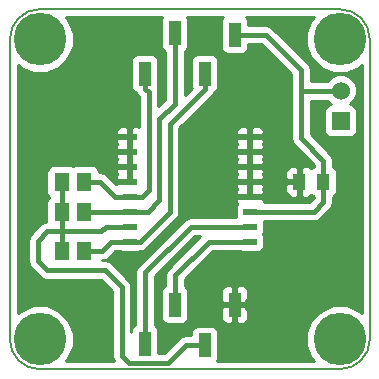
<source format=gbl>
G04 (created by PCBNEW (2013-03-15 BZR 4003)-stable) date 22-Apr-13 3:44:31 PM*
%MOIN*%
G04 Gerber Fmt 3.4, Leading zero omitted, Abs format*
%FSLAX34Y34*%
G01*
G70*
G90*
G04 APERTURE LIST*
%ADD10C,0.003*%
%ADD11C,0.005*%
%ADD12R,0.06X0.06*%
%ADD13C,0.06*%
%ADD14R,0.045X0.02*%
%ADD15C,0.175*%
%ADD16R,0.04X0.08*%
%ADD17R,0.0512X0.059*%
%ADD18R,0.042X0.056*%
%ADD19C,0.05*%
%ADD20C,0.015*%
%ADD21C,0.01*%
G04 APERTURE END LIST*
G54D10*
G54D11*
X22000Y-11000D02*
G75*
G03X21000Y-10000I-1000J0D01*
G74*
G01*
X11000Y-10000D02*
G75*
G03X10000Y-11000I0J-1000D01*
G74*
G01*
X10000Y-21000D02*
G75*
G03X11000Y-22000I1000J0D01*
G74*
G01*
X21000Y-22000D02*
G75*
G03X22000Y-21000I0J1000D01*
G74*
G01*
X10000Y-21000D02*
X10000Y-11000D01*
X21000Y-22000D02*
X11000Y-22000D01*
X22000Y-11000D02*
X22000Y-21000D01*
X11000Y-10000D02*
X21000Y-10000D01*
G54D12*
X21025Y-13725D03*
G54D13*
X21025Y-12725D03*
G54D14*
X14000Y-17750D03*
X14000Y-17250D03*
X14000Y-16750D03*
X14000Y-16250D03*
X14000Y-15750D03*
X14000Y-15250D03*
X14000Y-14750D03*
X14000Y-14250D03*
X18000Y-14250D03*
X18000Y-14750D03*
X18000Y-15250D03*
X18000Y-15750D03*
X18000Y-16250D03*
X18000Y-16750D03*
X18000Y-17250D03*
X18000Y-17750D03*
G54D15*
X21000Y-11000D03*
X11000Y-11000D03*
X11000Y-21000D03*
X21000Y-21000D03*
G54D16*
X17500Y-10850D03*
X16500Y-12150D03*
X15500Y-10800D03*
X14500Y-12150D03*
X14500Y-21150D03*
X15500Y-19850D03*
X16500Y-21200D03*
X17500Y-19850D03*
G54D17*
X11725Y-16750D03*
X12475Y-16750D03*
X11725Y-15750D03*
X12475Y-15750D03*
X11725Y-18050D03*
X12475Y-18050D03*
G54D18*
X20450Y-15750D03*
X19650Y-15750D03*
G54D19*
X14000Y-13300D03*
X18000Y-13300D03*
X18050Y-19850D03*
G54D20*
X12475Y-18050D02*
X13075Y-18050D01*
X13375Y-17750D02*
X14000Y-17750D01*
X13075Y-18050D02*
X13375Y-17750D01*
X16500Y-12150D02*
X16500Y-12650D01*
X14325Y-17750D02*
X14000Y-17750D01*
X15325Y-16750D02*
X14325Y-17750D01*
X15325Y-13825D02*
X15325Y-16750D01*
X16500Y-12650D02*
X15325Y-13825D01*
X19700Y-12725D02*
X19700Y-12025D01*
X18525Y-10850D02*
X17500Y-10850D01*
X19700Y-12025D02*
X18525Y-10850D01*
X21025Y-12725D02*
X19700Y-12725D01*
X19700Y-12725D02*
X19700Y-14300D01*
X19700Y-14300D02*
X20450Y-15050D01*
X20450Y-15750D02*
X20450Y-15050D01*
X18000Y-16750D02*
X20125Y-16750D01*
X20450Y-16425D02*
X20450Y-15750D01*
X20125Y-16750D02*
X20450Y-16425D01*
X14000Y-16250D02*
X14400Y-16250D01*
X14500Y-12650D02*
X14500Y-12150D01*
X14625Y-12775D02*
X14500Y-12650D01*
X14625Y-16025D02*
X14625Y-12775D01*
X14400Y-16250D02*
X14625Y-16025D01*
X14000Y-16250D02*
X13500Y-16250D01*
X13000Y-15750D02*
X12475Y-15750D01*
X13500Y-16250D02*
X13000Y-15750D01*
X15500Y-19850D02*
X15500Y-18875D01*
X16625Y-17750D02*
X18000Y-17750D01*
X15500Y-18875D02*
X16625Y-17750D01*
X14500Y-21150D02*
X14500Y-18775D01*
X16025Y-17250D02*
X18000Y-17250D01*
X14500Y-18775D02*
X16025Y-17250D01*
X14000Y-16750D02*
X14600Y-16750D01*
X15500Y-13150D02*
X15500Y-10800D01*
X14975Y-13675D02*
X15500Y-13150D01*
X14975Y-16375D02*
X14975Y-13675D01*
X14600Y-16750D02*
X14975Y-16375D01*
X14000Y-16750D02*
X12475Y-16750D01*
X13725Y-21550D02*
X13725Y-19250D01*
X11225Y-18700D02*
X10925Y-18400D01*
X13175Y-18700D02*
X11225Y-18700D01*
X13725Y-19250D02*
X13175Y-18700D01*
X11725Y-17400D02*
X11250Y-17400D01*
X11250Y-17400D02*
X10925Y-17725D01*
X14000Y-17250D02*
X13200Y-17250D01*
X13050Y-17400D02*
X11725Y-17400D01*
X13200Y-17250D02*
X13050Y-17400D01*
X11725Y-16750D02*
X11725Y-17400D01*
X11725Y-17400D02*
X11725Y-18050D01*
X16500Y-21200D02*
X15875Y-21200D01*
X15875Y-21200D02*
X15275Y-21800D01*
X15275Y-21800D02*
X13975Y-21800D01*
X13975Y-21800D02*
X13725Y-21550D01*
X10925Y-18400D02*
X10925Y-17725D01*
X11725Y-15750D02*
X11725Y-16750D01*
X14000Y-14250D02*
X14000Y-13300D01*
X18000Y-14250D02*
X18000Y-13300D01*
X17500Y-19850D02*
X18050Y-19850D01*
X18000Y-15750D02*
X19650Y-15750D01*
X18000Y-15750D02*
X18000Y-16250D01*
X18000Y-15250D02*
X18000Y-15750D01*
X18000Y-14750D02*
X18000Y-15250D01*
X18000Y-14250D02*
X18000Y-14750D01*
X14000Y-14750D02*
X14000Y-14250D01*
X14000Y-15250D02*
X14000Y-14750D01*
X14000Y-15750D02*
X14000Y-15250D01*
G54D10*
G36*
X15175Y-13015D02*
X14950Y-13240D01*
X14950Y-12775D01*
X14949Y-12774D01*
X14950Y-12774D01*
X14945Y-12750D01*
X14926Y-12656D01*
X14949Y-12599D01*
X14950Y-12500D01*
X14950Y-11700D01*
X14912Y-11608D01*
X14841Y-11538D01*
X14749Y-11500D01*
X14650Y-11499D01*
X14250Y-11499D01*
X14158Y-11537D01*
X14088Y-11608D01*
X14050Y-11700D01*
X14049Y-11799D01*
X14049Y-12599D01*
X14087Y-12691D01*
X14158Y-12761D01*
X14204Y-12780D01*
X14204Y-12780D01*
X14270Y-12879D01*
X14300Y-12909D01*
X14300Y-13910D01*
X14274Y-13900D01*
X14175Y-13899D01*
X14112Y-13900D01*
X14050Y-13962D01*
X14050Y-14200D01*
X14057Y-14200D01*
X14057Y-14300D01*
X14050Y-14300D01*
X14050Y-14462D01*
X14050Y-14537D01*
X14050Y-14700D01*
X14057Y-14700D01*
X14057Y-14800D01*
X14050Y-14800D01*
X14050Y-14962D01*
X14050Y-15037D01*
X14050Y-15200D01*
X14057Y-15200D01*
X14057Y-15300D01*
X14050Y-15300D01*
X14050Y-15462D01*
X14050Y-15537D01*
X14050Y-15700D01*
X14057Y-15700D01*
X14057Y-15800D01*
X14050Y-15800D01*
X14050Y-15807D01*
X13950Y-15807D01*
X13950Y-15800D01*
X13950Y-15700D01*
X13950Y-15537D01*
X13950Y-15462D01*
X13950Y-15300D01*
X13950Y-15200D01*
X13950Y-15037D01*
X13950Y-14962D01*
X13950Y-14800D01*
X13950Y-14700D01*
X13950Y-14537D01*
X13950Y-14462D01*
X13950Y-14300D01*
X13950Y-14200D01*
X13950Y-13962D01*
X13887Y-13900D01*
X13824Y-13899D01*
X13725Y-13900D01*
X13633Y-13938D01*
X13562Y-14008D01*
X13524Y-14100D01*
X13525Y-14137D01*
X13587Y-14200D01*
X13950Y-14200D01*
X13950Y-14300D01*
X13587Y-14300D01*
X13525Y-14362D01*
X13524Y-14399D01*
X13562Y-14491D01*
X13571Y-14500D01*
X13562Y-14508D01*
X13524Y-14600D01*
X13525Y-14637D01*
X13587Y-14700D01*
X13950Y-14700D01*
X13950Y-14800D01*
X13587Y-14800D01*
X13525Y-14862D01*
X13524Y-14899D01*
X13562Y-14991D01*
X13571Y-15000D01*
X13562Y-15008D01*
X13524Y-15100D01*
X13525Y-15137D01*
X13587Y-15200D01*
X13950Y-15200D01*
X13950Y-15300D01*
X13587Y-15300D01*
X13525Y-15362D01*
X13524Y-15399D01*
X13562Y-15491D01*
X13571Y-15500D01*
X13562Y-15508D01*
X13524Y-15600D01*
X13525Y-15637D01*
X13587Y-15700D01*
X13950Y-15700D01*
X13950Y-15800D01*
X13587Y-15800D01*
X13548Y-15838D01*
X13229Y-15520D01*
X13124Y-15449D01*
X13000Y-15425D01*
X12981Y-15425D01*
X12981Y-15405D01*
X12943Y-15313D01*
X12872Y-15243D01*
X12780Y-15205D01*
X12681Y-15204D01*
X12169Y-15204D01*
X12099Y-15233D01*
X12030Y-15205D01*
X11931Y-15204D01*
X11419Y-15204D01*
X11327Y-15242D01*
X11257Y-15313D01*
X11219Y-15405D01*
X11218Y-15504D01*
X11218Y-16094D01*
X11256Y-16186D01*
X11320Y-16250D01*
X11257Y-16313D01*
X11219Y-16405D01*
X11218Y-16504D01*
X11218Y-17081D01*
X11125Y-17099D01*
X11083Y-17127D01*
X11020Y-17170D01*
X11020Y-17170D01*
X10695Y-17495D01*
X10624Y-17600D01*
X10600Y-17725D01*
X10600Y-18400D01*
X10624Y-18524D01*
X10695Y-18629D01*
X10995Y-18929D01*
X10995Y-18929D01*
X11100Y-19000D01*
X11100Y-19000D01*
X11200Y-19020D01*
X11224Y-19025D01*
X11224Y-19024D01*
X11225Y-19025D01*
X13040Y-19025D01*
X13400Y-19384D01*
X13400Y-21550D01*
X13424Y-21674D01*
X13458Y-21725D01*
X11866Y-21725D01*
X11953Y-21638D01*
X12124Y-21224D01*
X12125Y-20777D01*
X11954Y-20363D01*
X11638Y-20046D01*
X11224Y-19875D01*
X10777Y-19874D01*
X10363Y-20045D01*
X10275Y-20134D01*
X10275Y-11866D01*
X10361Y-11953D01*
X10775Y-12124D01*
X11222Y-12125D01*
X11636Y-11954D01*
X11953Y-11638D01*
X12124Y-11224D01*
X12125Y-10777D01*
X11954Y-10363D01*
X11865Y-10275D01*
X15081Y-10275D01*
X15050Y-10350D01*
X15049Y-10449D01*
X15049Y-11249D01*
X15087Y-11341D01*
X15158Y-11411D01*
X15175Y-11418D01*
X15175Y-13015D01*
X15175Y-13015D01*
G37*
G54D21*
X15175Y-13015D02*
X14950Y-13240D01*
X14950Y-12775D01*
X14949Y-12774D01*
X14950Y-12774D01*
X14945Y-12750D01*
X14926Y-12656D01*
X14949Y-12599D01*
X14950Y-12500D01*
X14950Y-11700D01*
X14912Y-11608D01*
X14841Y-11538D01*
X14749Y-11500D01*
X14650Y-11499D01*
X14250Y-11499D01*
X14158Y-11537D01*
X14088Y-11608D01*
X14050Y-11700D01*
X14049Y-11799D01*
X14049Y-12599D01*
X14087Y-12691D01*
X14158Y-12761D01*
X14204Y-12780D01*
X14204Y-12780D01*
X14270Y-12879D01*
X14300Y-12909D01*
X14300Y-13910D01*
X14274Y-13900D01*
X14175Y-13899D01*
X14112Y-13900D01*
X14050Y-13962D01*
X14050Y-14200D01*
X14057Y-14200D01*
X14057Y-14300D01*
X14050Y-14300D01*
X14050Y-14462D01*
X14050Y-14537D01*
X14050Y-14700D01*
X14057Y-14700D01*
X14057Y-14800D01*
X14050Y-14800D01*
X14050Y-14962D01*
X14050Y-15037D01*
X14050Y-15200D01*
X14057Y-15200D01*
X14057Y-15300D01*
X14050Y-15300D01*
X14050Y-15462D01*
X14050Y-15537D01*
X14050Y-15700D01*
X14057Y-15700D01*
X14057Y-15800D01*
X14050Y-15800D01*
X14050Y-15807D01*
X13950Y-15807D01*
X13950Y-15800D01*
X13950Y-15700D01*
X13950Y-15537D01*
X13950Y-15462D01*
X13950Y-15300D01*
X13950Y-15200D01*
X13950Y-15037D01*
X13950Y-14962D01*
X13950Y-14800D01*
X13950Y-14700D01*
X13950Y-14537D01*
X13950Y-14462D01*
X13950Y-14300D01*
X13950Y-14200D01*
X13950Y-13962D01*
X13887Y-13900D01*
X13824Y-13899D01*
X13725Y-13900D01*
X13633Y-13938D01*
X13562Y-14008D01*
X13524Y-14100D01*
X13525Y-14137D01*
X13587Y-14200D01*
X13950Y-14200D01*
X13950Y-14300D01*
X13587Y-14300D01*
X13525Y-14362D01*
X13524Y-14399D01*
X13562Y-14491D01*
X13571Y-14500D01*
X13562Y-14508D01*
X13524Y-14600D01*
X13525Y-14637D01*
X13587Y-14700D01*
X13950Y-14700D01*
X13950Y-14800D01*
X13587Y-14800D01*
X13525Y-14862D01*
X13524Y-14899D01*
X13562Y-14991D01*
X13571Y-15000D01*
X13562Y-15008D01*
X13524Y-15100D01*
X13525Y-15137D01*
X13587Y-15200D01*
X13950Y-15200D01*
X13950Y-15300D01*
X13587Y-15300D01*
X13525Y-15362D01*
X13524Y-15399D01*
X13562Y-15491D01*
X13571Y-15500D01*
X13562Y-15508D01*
X13524Y-15600D01*
X13525Y-15637D01*
X13587Y-15700D01*
X13950Y-15700D01*
X13950Y-15800D01*
X13587Y-15800D01*
X13548Y-15838D01*
X13229Y-15520D01*
X13124Y-15449D01*
X13000Y-15425D01*
X12981Y-15425D01*
X12981Y-15405D01*
X12943Y-15313D01*
X12872Y-15243D01*
X12780Y-15205D01*
X12681Y-15204D01*
X12169Y-15204D01*
X12099Y-15233D01*
X12030Y-15205D01*
X11931Y-15204D01*
X11419Y-15204D01*
X11327Y-15242D01*
X11257Y-15313D01*
X11219Y-15405D01*
X11218Y-15504D01*
X11218Y-16094D01*
X11256Y-16186D01*
X11320Y-16250D01*
X11257Y-16313D01*
X11219Y-16405D01*
X11218Y-16504D01*
X11218Y-17081D01*
X11125Y-17099D01*
X11083Y-17127D01*
X11020Y-17170D01*
X11020Y-17170D01*
X10695Y-17495D01*
X10624Y-17600D01*
X10600Y-17725D01*
X10600Y-18400D01*
X10624Y-18524D01*
X10695Y-18629D01*
X10995Y-18929D01*
X10995Y-18929D01*
X11100Y-19000D01*
X11100Y-19000D01*
X11200Y-19020D01*
X11224Y-19025D01*
X11224Y-19024D01*
X11225Y-19025D01*
X13040Y-19025D01*
X13400Y-19384D01*
X13400Y-21550D01*
X13424Y-21674D01*
X13458Y-21725D01*
X11866Y-21725D01*
X11953Y-21638D01*
X12124Y-21224D01*
X12125Y-20777D01*
X11954Y-20363D01*
X11638Y-20046D01*
X11224Y-19875D01*
X10777Y-19874D01*
X10363Y-20045D01*
X10275Y-20134D01*
X10275Y-11866D01*
X10361Y-11953D01*
X10775Y-12124D01*
X11222Y-12125D01*
X11636Y-11954D01*
X11953Y-11638D01*
X12124Y-11224D01*
X12125Y-10777D01*
X11954Y-10363D01*
X11865Y-10275D01*
X15081Y-10275D01*
X15050Y-10350D01*
X15049Y-10449D01*
X15049Y-11249D01*
X15087Y-11341D01*
X15158Y-11411D01*
X15175Y-11418D01*
X15175Y-13015D01*
G54D10*
G36*
X20125Y-16290D02*
X19990Y-16425D01*
X19600Y-16425D01*
X19600Y-16217D01*
X19600Y-15800D01*
X19600Y-15700D01*
X19600Y-15282D01*
X19537Y-15220D01*
X19390Y-15219D01*
X19298Y-15257D01*
X19228Y-15328D01*
X19190Y-15420D01*
X19189Y-15519D01*
X19190Y-15637D01*
X19252Y-15700D01*
X19600Y-15700D01*
X19600Y-15800D01*
X19252Y-15800D01*
X19190Y-15862D01*
X19189Y-15980D01*
X19190Y-16079D01*
X19228Y-16171D01*
X19298Y-16242D01*
X19390Y-16280D01*
X19537Y-16280D01*
X19600Y-16217D01*
X19600Y-16425D01*
X18464Y-16425D01*
X18475Y-16399D01*
X18475Y-16100D01*
X18437Y-16008D01*
X18428Y-16000D01*
X18437Y-15991D01*
X18475Y-15899D01*
X18475Y-15600D01*
X18437Y-15508D01*
X18428Y-15500D01*
X18437Y-15491D01*
X18475Y-15399D01*
X18475Y-15100D01*
X18437Y-15008D01*
X18428Y-15000D01*
X18437Y-14991D01*
X18475Y-14899D01*
X18475Y-14600D01*
X18437Y-14508D01*
X18428Y-14500D01*
X18437Y-14491D01*
X18475Y-14399D01*
X18475Y-14100D01*
X18437Y-14008D01*
X18366Y-13938D01*
X18274Y-13900D01*
X18175Y-13899D01*
X18112Y-13900D01*
X18050Y-13962D01*
X18050Y-14200D01*
X18412Y-14200D01*
X18475Y-14137D01*
X18475Y-14100D01*
X18475Y-14399D01*
X18475Y-14362D01*
X18412Y-14300D01*
X18050Y-14300D01*
X18050Y-14462D01*
X18050Y-14537D01*
X18050Y-14700D01*
X18412Y-14700D01*
X18475Y-14637D01*
X18475Y-14600D01*
X18475Y-14899D01*
X18475Y-14862D01*
X18412Y-14800D01*
X18050Y-14800D01*
X18050Y-14962D01*
X18050Y-15037D01*
X18050Y-15200D01*
X18412Y-15200D01*
X18475Y-15137D01*
X18475Y-15100D01*
X18475Y-15399D01*
X18475Y-15362D01*
X18412Y-15300D01*
X18050Y-15300D01*
X18050Y-15462D01*
X18050Y-15537D01*
X18050Y-15700D01*
X18412Y-15700D01*
X18475Y-15637D01*
X18475Y-15600D01*
X18475Y-15899D01*
X18475Y-15862D01*
X18412Y-15800D01*
X18050Y-15800D01*
X18050Y-15962D01*
X18050Y-16037D01*
X18050Y-16200D01*
X18412Y-16200D01*
X18475Y-16137D01*
X18475Y-16100D01*
X18475Y-16399D01*
X18475Y-16362D01*
X18412Y-16300D01*
X18050Y-16300D01*
X18050Y-16307D01*
X17950Y-16307D01*
X17950Y-16300D01*
X17950Y-16200D01*
X17950Y-16037D01*
X17950Y-15962D01*
X17950Y-15800D01*
X17950Y-15700D01*
X17950Y-15537D01*
X17950Y-15462D01*
X17950Y-15300D01*
X17950Y-15200D01*
X17950Y-15037D01*
X17950Y-14962D01*
X17950Y-14800D01*
X17950Y-14700D01*
X17950Y-14537D01*
X17950Y-14462D01*
X17950Y-14300D01*
X17950Y-14200D01*
X17950Y-13962D01*
X17887Y-13900D01*
X17824Y-13899D01*
X17725Y-13900D01*
X17633Y-13938D01*
X17562Y-14008D01*
X17524Y-14100D01*
X17525Y-14137D01*
X17587Y-14200D01*
X17950Y-14200D01*
X17950Y-14300D01*
X17587Y-14300D01*
X17525Y-14362D01*
X17524Y-14399D01*
X17562Y-14491D01*
X17571Y-14500D01*
X17562Y-14508D01*
X17524Y-14600D01*
X17525Y-14637D01*
X17587Y-14700D01*
X17950Y-14700D01*
X17950Y-14800D01*
X17587Y-14800D01*
X17525Y-14862D01*
X17524Y-14899D01*
X17562Y-14991D01*
X17571Y-15000D01*
X17562Y-15008D01*
X17524Y-15100D01*
X17525Y-15137D01*
X17587Y-15200D01*
X17950Y-15200D01*
X17950Y-15300D01*
X17587Y-15300D01*
X17525Y-15362D01*
X17524Y-15399D01*
X17562Y-15491D01*
X17571Y-15500D01*
X17562Y-15508D01*
X17524Y-15600D01*
X17525Y-15637D01*
X17587Y-15700D01*
X17950Y-15700D01*
X17950Y-15800D01*
X17587Y-15800D01*
X17525Y-15862D01*
X17524Y-15899D01*
X17562Y-15991D01*
X17571Y-16000D01*
X17562Y-16008D01*
X17524Y-16100D01*
X17525Y-16137D01*
X17587Y-16200D01*
X17950Y-16200D01*
X17950Y-16300D01*
X17587Y-16300D01*
X17525Y-16362D01*
X17524Y-16399D01*
X17562Y-16491D01*
X17571Y-16499D01*
X17563Y-16508D01*
X17525Y-16600D01*
X17524Y-16699D01*
X17524Y-16899D01*
X17535Y-16925D01*
X16025Y-16925D01*
X15900Y-16949D01*
X15858Y-16977D01*
X15795Y-17020D01*
X15795Y-17020D01*
X14270Y-18545D01*
X14199Y-18650D01*
X14175Y-18775D01*
X14175Y-20531D01*
X14158Y-20537D01*
X14088Y-20608D01*
X14050Y-20700D01*
X14050Y-20750D01*
X14050Y-19250D01*
X14025Y-19125D01*
X14025Y-19125D01*
X13997Y-19083D01*
X13954Y-19020D01*
X13954Y-19020D01*
X13404Y-18470D01*
X13299Y-18399D01*
X13175Y-18375D01*
X13075Y-18375D01*
X13199Y-18350D01*
X13199Y-18350D01*
X13304Y-18279D01*
X13509Y-18075D01*
X13664Y-18075D01*
X13725Y-18099D01*
X13824Y-18100D01*
X14274Y-18100D01*
X14344Y-18071D01*
X14344Y-18071D01*
X14449Y-18050D01*
X14449Y-18050D01*
X14554Y-17979D01*
X15554Y-16979D01*
X15554Y-16979D01*
X15554Y-16979D01*
X15625Y-16874D01*
X15625Y-16874D01*
X15650Y-16750D01*
X15650Y-13959D01*
X16729Y-12879D01*
X16729Y-12879D01*
X16729Y-12879D01*
X16795Y-12780D01*
X16795Y-12780D01*
X16841Y-12762D01*
X16911Y-12691D01*
X16949Y-12599D01*
X16950Y-12500D01*
X16950Y-11700D01*
X16912Y-11608D01*
X16841Y-11538D01*
X16749Y-11500D01*
X16650Y-11499D01*
X16250Y-11499D01*
X16158Y-11537D01*
X16088Y-11608D01*
X16050Y-11700D01*
X16049Y-11799D01*
X16049Y-12599D01*
X16061Y-12628D01*
X15825Y-12865D01*
X15825Y-11418D01*
X15841Y-11412D01*
X15911Y-11341D01*
X15949Y-11249D01*
X15950Y-11150D01*
X15950Y-10350D01*
X15918Y-10275D01*
X17121Y-10275D01*
X17088Y-10308D01*
X17050Y-10400D01*
X17049Y-10499D01*
X17049Y-11299D01*
X17087Y-11391D01*
X17158Y-11461D01*
X17250Y-11499D01*
X17349Y-11500D01*
X17749Y-11500D01*
X17841Y-11462D01*
X17911Y-11391D01*
X17949Y-11299D01*
X17950Y-11200D01*
X17950Y-11175D01*
X18390Y-11175D01*
X19375Y-12159D01*
X19375Y-12725D01*
X19375Y-14300D01*
X19399Y-14424D01*
X19470Y-14529D01*
X20125Y-15184D01*
X20125Y-15247D01*
X20098Y-15257D01*
X20050Y-15306D01*
X20001Y-15257D01*
X19909Y-15219D01*
X19762Y-15220D01*
X19700Y-15282D01*
X19700Y-15700D01*
X19707Y-15700D01*
X19707Y-15800D01*
X19700Y-15800D01*
X19700Y-16217D01*
X19762Y-16280D01*
X19909Y-16280D01*
X20001Y-16242D01*
X20050Y-16193D01*
X20098Y-16241D01*
X20125Y-16252D01*
X20125Y-16290D01*
X20125Y-16290D01*
G37*
G54D21*
X20125Y-16290D02*
X19990Y-16425D01*
X19600Y-16425D01*
X19600Y-16217D01*
X19600Y-15800D01*
X19600Y-15700D01*
X19600Y-15282D01*
X19537Y-15220D01*
X19390Y-15219D01*
X19298Y-15257D01*
X19228Y-15328D01*
X19190Y-15420D01*
X19189Y-15519D01*
X19190Y-15637D01*
X19252Y-15700D01*
X19600Y-15700D01*
X19600Y-15800D01*
X19252Y-15800D01*
X19190Y-15862D01*
X19189Y-15980D01*
X19190Y-16079D01*
X19228Y-16171D01*
X19298Y-16242D01*
X19390Y-16280D01*
X19537Y-16280D01*
X19600Y-16217D01*
X19600Y-16425D01*
X18464Y-16425D01*
X18475Y-16399D01*
X18475Y-16100D01*
X18437Y-16008D01*
X18428Y-16000D01*
X18437Y-15991D01*
X18475Y-15899D01*
X18475Y-15600D01*
X18437Y-15508D01*
X18428Y-15500D01*
X18437Y-15491D01*
X18475Y-15399D01*
X18475Y-15100D01*
X18437Y-15008D01*
X18428Y-15000D01*
X18437Y-14991D01*
X18475Y-14899D01*
X18475Y-14600D01*
X18437Y-14508D01*
X18428Y-14500D01*
X18437Y-14491D01*
X18475Y-14399D01*
X18475Y-14100D01*
X18437Y-14008D01*
X18366Y-13938D01*
X18274Y-13900D01*
X18175Y-13899D01*
X18112Y-13900D01*
X18050Y-13962D01*
X18050Y-14200D01*
X18412Y-14200D01*
X18475Y-14137D01*
X18475Y-14100D01*
X18475Y-14399D01*
X18475Y-14362D01*
X18412Y-14300D01*
X18050Y-14300D01*
X18050Y-14462D01*
X18050Y-14537D01*
X18050Y-14700D01*
X18412Y-14700D01*
X18475Y-14637D01*
X18475Y-14600D01*
X18475Y-14899D01*
X18475Y-14862D01*
X18412Y-14800D01*
X18050Y-14800D01*
X18050Y-14962D01*
X18050Y-15037D01*
X18050Y-15200D01*
X18412Y-15200D01*
X18475Y-15137D01*
X18475Y-15100D01*
X18475Y-15399D01*
X18475Y-15362D01*
X18412Y-15300D01*
X18050Y-15300D01*
X18050Y-15462D01*
X18050Y-15537D01*
X18050Y-15700D01*
X18412Y-15700D01*
X18475Y-15637D01*
X18475Y-15600D01*
X18475Y-15899D01*
X18475Y-15862D01*
X18412Y-15800D01*
X18050Y-15800D01*
X18050Y-15962D01*
X18050Y-16037D01*
X18050Y-16200D01*
X18412Y-16200D01*
X18475Y-16137D01*
X18475Y-16100D01*
X18475Y-16399D01*
X18475Y-16362D01*
X18412Y-16300D01*
X18050Y-16300D01*
X18050Y-16307D01*
X17950Y-16307D01*
X17950Y-16300D01*
X17950Y-16200D01*
X17950Y-16037D01*
X17950Y-15962D01*
X17950Y-15800D01*
X17950Y-15700D01*
X17950Y-15537D01*
X17950Y-15462D01*
X17950Y-15300D01*
X17950Y-15200D01*
X17950Y-15037D01*
X17950Y-14962D01*
X17950Y-14800D01*
X17950Y-14700D01*
X17950Y-14537D01*
X17950Y-14462D01*
X17950Y-14300D01*
X17950Y-14200D01*
X17950Y-13962D01*
X17887Y-13900D01*
X17824Y-13899D01*
X17725Y-13900D01*
X17633Y-13938D01*
X17562Y-14008D01*
X17524Y-14100D01*
X17525Y-14137D01*
X17587Y-14200D01*
X17950Y-14200D01*
X17950Y-14300D01*
X17587Y-14300D01*
X17525Y-14362D01*
X17524Y-14399D01*
X17562Y-14491D01*
X17571Y-14500D01*
X17562Y-14508D01*
X17524Y-14600D01*
X17525Y-14637D01*
X17587Y-14700D01*
X17950Y-14700D01*
X17950Y-14800D01*
X17587Y-14800D01*
X17525Y-14862D01*
X17524Y-14899D01*
X17562Y-14991D01*
X17571Y-15000D01*
X17562Y-15008D01*
X17524Y-15100D01*
X17525Y-15137D01*
X17587Y-15200D01*
X17950Y-15200D01*
X17950Y-15300D01*
X17587Y-15300D01*
X17525Y-15362D01*
X17524Y-15399D01*
X17562Y-15491D01*
X17571Y-15500D01*
X17562Y-15508D01*
X17524Y-15600D01*
X17525Y-15637D01*
X17587Y-15700D01*
X17950Y-15700D01*
X17950Y-15800D01*
X17587Y-15800D01*
X17525Y-15862D01*
X17524Y-15899D01*
X17562Y-15991D01*
X17571Y-16000D01*
X17562Y-16008D01*
X17524Y-16100D01*
X17525Y-16137D01*
X17587Y-16200D01*
X17950Y-16200D01*
X17950Y-16300D01*
X17587Y-16300D01*
X17525Y-16362D01*
X17524Y-16399D01*
X17562Y-16491D01*
X17571Y-16499D01*
X17563Y-16508D01*
X17525Y-16600D01*
X17524Y-16699D01*
X17524Y-16899D01*
X17535Y-16925D01*
X16025Y-16925D01*
X15900Y-16949D01*
X15858Y-16977D01*
X15795Y-17020D01*
X15795Y-17020D01*
X14270Y-18545D01*
X14199Y-18650D01*
X14175Y-18775D01*
X14175Y-20531D01*
X14158Y-20537D01*
X14088Y-20608D01*
X14050Y-20700D01*
X14050Y-20750D01*
X14050Y-19250D01*
X14025Y-19125D01*
X14025Y-19125D01*
X13997Y-19083D01*
X13954Y-19020D01*
X13954Y-19020D01*
X13404Y-18470D01*
X13299Y-18399D01*
X13175Y-18375D01*
X13075Y-18375D01*
X13199Y-18350D01*
X13199Y-18350D01*
X13304Y-18279D01*
X13509Y-18075D01*
X13664Y-18075D01*
X13725Y-18099D01*
X13824Y-18100D01*
X14274Y-18100D01*
X14344Y-18071D01*
X14344Y-18071D01*
X14449Y-18050D01*
X14449Y-18050D01*
X14554Y-17979D01*
X15554Y-16979D01*
X15554Y-16979D01*
X15554Y-16979D01*
X15625Y-16874D01*
X15625Y-16874D01*
X15650Y-16750D01*
X15650Y-13959D01*
X16729Y-12879D01*
X16729Y-12879D01*
X16729Y-12879D01*
X16795Y-12780D01*
X16795Y-12780D01*
X16841Y-12762D01*
X16911Y-12691D01*
X16949Y-12599D01*
X16950Y-12500D01*
X16950Y-11700D01*
X16912Y-11608D01*
X16841Y-11538D01*
X16749Y-11500D01*
X16650Y-11499D01*
X16250Y-11499D01*
X16158Y-11537D01*
X16088Y-11608D01*
X16050Y-11700D01*
X16049Y-11799D01*
X16049Y-12599D01*
X16061Y-12628D01*
X15825Y-12865D01*
X15825Y-11418D01*
X15841Y-11412D01*
X15911Y-11341D01*
X15949Y-11249D01*
X15950Y-11150D01*
X15950Y-10350D01*
X15918Y-10275D01*
X17121Y-10275D01*
X17088Y-10308D01*
X17050Y-10400D01*
X17049Y-10499D01*
X17049Y-11299D01*
X17087Y-11391D01*
X17158Y-11461D01*
X17250Y-11499D01*
X17349Y-11500D01*
X17749Y-11500D01*
X17841Y-11462D01*
X17911Y-11391D01*
X17949Y-11299D01*
X17950Y-11200D01*
X17950Y-11175D01*
X18390Y-11175D01*
X19375Y-12159D01*
X19375Y-12725D01*
X19375Y-14300D01*
X19399Y-14424D01*
X19470Y-14529D01*
X20125Y-15184D01*
X20125Y-15247D01*
X20098Y-15257D01*
X20050Y-15306D01*
X20001Y-15257D01*
X19909Y-15219D01*
X19762Y-15220D01*
X19700Y-15282D01*
X19700Y-15700D01*
X19707Y-15700D01*
X19707Y-15800D01*
X19700Y-15800D01*
X19700Y-16217D01*
X19762Y-16280D01*
X19909Y-16280D01*
X20001Y-16242D01*
X20050Y-16193D01*
X20098Y-16241D01*
X20125Y-16252D01*
X20125Y-16290D01*
G54D10*
G36*
X21725Y-20133D02*
X21638Y-20046D01*
X21224Y-19875D01*
X20777Y-19874D01*
X20363Y-20045D01*
X20046Y-20361D01*
X19875Y-20775D01*
X19874Y-21222D01*
X20045Y-21636D01*
X20134Y-21725D01*
X17950Y-21725D01*
X17950Y-20200D01*
X17950Y-19499D01*
X17949Y-19400D01*
X17911Y-19308D01*
X17841Y-19237D01*
X17749Y-19199D01*
X17612Y-19200D01*
X17550Y-19262D01*
X17550Y-19800D01*
X17887Y-19800D01*
X17950Y-19737D01*
X17950Y-19499D01*
X17950Y-20200D01*
X17950Y-19962D01*
X17887Y-19900D01*
X17550Y-19900D01*
X17550Y-20437D01*
X17612Y-20500D01*
X17749Y-20500D01*
X17841Y-20462D01*
X17911Y-20391D01*
X17949Y-20299D01*
X17950Y-20200D01*
X17950Y-21725D01*
X17450Y-21725D01*
X17450Y-20437D01*
X17450Y-19900D01*
X17450Y-19800D01*
X17450Y-19262D01*
X17387Y-19200D01*
X17250Y-19199D01*
X17158Y-19237D01*
X17088Y-19308D01*
X17050Y-19400D01*
X17049Y-19499D01*
X17050Y-19737D01*
X17112Y-19800D01*
X17450Y-19800D01*
X17450Y-19900D01*
X17112Y-19900D01*
X17050Y-19962D01*
X17049Y-20200D01*
X17050Y-20299D01*
X17088Y-20391D01*
X17158Y-20462D01*
X17250Y-20500D01*
X17387Y-20500D01*
X17450Y-20437D01*
X17450Y-21725D01*
X16918Y-21725D01*
X16949Y-21649D01*
X16950Y-21550D01*
X16950Y-20750D01*
X16912Y-20658D01*
X16841Y-20588D01*
X16749Y-20550D01*
X16650Y-20549D01*
X16250Y-20549D01*
X16158Y-20587D01*
X16088Y-20658D01*
X16050Y-20750D01*
X16049Y-20849D01*
X16049Y-20875D01*
X15875Y-20875D01*
X15750Y-20899D01*
X15645Y-20970D01*
X15645Y-20970D01*
X15140Y-21475D01*
X14950Y-21475D01*
X14950Y-20700D01*
X14912Y-20608D01*
X14841Y-20538D01*
X14825Y-20531D01*
X14825Y-18909D01*
X16159Y-17575D01*
X16340Y-17575D01*
X15270Y-18645D01*
X15199Y-18750D01*
X15175Y-18875D01*
X15175Y-19231D01*
X15158Y-19237D01*
X15088Y-19308D01*
X15050Y-19400D01*
X15049Y-19499D01*
X15049Y-20299D01*
X15087Y-20391D01*
X15158Y-20461D01*
X15250Y-20499D01*
X15349Y-20500D01*
X15749Y-20500D01*
X15841Y-20462D01*
X15911Y-20391D01*
X15949Y-20299D01*
X15950Y-20200D01*
X15950Y-19400D01*
X15912Y-19308D01*
X15841Y-19238D01*
X15825Y-19231D01*
X15825Y-19009D01*
X16759Y-18075D01*
X17664Y-18075D01*
X17725Y-18099D01*
X17824Y-18100D01*
X18274Y-18100D01*
X18366Y-18062D01*
X18436Y-17991D01*
X18474Y-17899D01*
X18475Y-17800D01*
X18475Y-17600D01*
X18437Y-17508D01*
X18428Y-17500D01*
X18436Y-17491D01*
X18474Y-17399D01*
X18475Y-17300D01*
X18475Y-17100D01*
X18464Y-17075D01*
X20125Y-17075D01*
X20249Y-17050D01*
X20249Y-17050D01*
X20354Y-16979D01*
X20679Y-16654D01*
X20679Y-16654D01*
X20679Y-16654D01*
X20722Y-16591D01*
X20750Y-16549D01*
X20750Y-16549D01*
X20775Y-16425D01*
X20775Y-16252D01*
X20801Y-16242D01*
X20871Y-16171D01*
X20909Y-16079D01*
X20910Y-15980D01*
X20910Y-15420D01*
X20872Y-15328D01*
X20801Y-15258D01*
X20775Y-15247D01*
X20775Y-15050D01*
X20774Y-15049D01*
X20775Y-15049D01*
X20770Y-15025D01*
X20750Y-14925D01*
X20750Y-14925D01*
X20679Y-14820D01*
X20679Y-14820D01*
X20025Y-14165D01*
X20025Y-13050D01*
X20572Y-13050D01*
X20697Y-13174D01*
X20675Y-13174D01*
X20583Y-13212D01*
X20513Y-13283D01*
X20475Y-13375D01*
X20474Y-13474D01*
X20474Y-14074D01*
X20512Y-14166D01*
X20583Y-14236D01*
X20675Y-14274D01*
X20774Y-14275D01*
X21374Y-14275D01*
X21466Y-14237D01*
X21536Y-14166D01*
X21574Y-14074D01*
X21575Y-13975D01*
X21575Y-13375D01*
X21537Y-13283D01*
X21466Y-13213D01*
X21374Y-13175D01*
X21352Y-13175D01*
X21490Y-13036D01*
X21574Y-12834D01*
X21575Y-12616D01*
X21491Y-12413D01*
X21336Y-12259D01*
X21134Y-12175D01*
X20916Y-12174D01*
X20713Y-12258D01*
X20572Y-12400D01*
X20025Y-12400D01*
X20025Y-12025D01*
X20000Y-11900D01*
X20000Y-11900D01*
X19929Y-11795D01*
X19929Y-11795D01*
X18754Y-10620D01*
X18649Y-10549D01*
X18525Y-10525D01*
X17950Y-10525D01*
X17950Y-10400D01*
X17912Y-10308D01*
X17878Y-10275D01*
X20133Y-10275D01*
X20046Y-10361D01*
X19875Y-10775D01*
X19874Y-11222D01*
X20045Y-11636D01*
X20361Y-11953D01*
X20775Y-12124D01*
X21222Y-12125D01*
X21636Y-11954D01*
X21725Y-11865D01*
X21725Y-20133D01*
X21725Y-20133D01*
G37*
G54D21*
X21725Y-20133D02*
X21638Y-20046D01*
X21224Y-19875D01*
X20777Y-19874D01*
X20363Y-20045D01*
X20046Y-20361D01*
X19875Y-20775D01*
X19874Y-21222D01*
X20045Y-21636D01*
X20134Y-21725D01*
X17950Y-21725D01*
X17950Y-20200D01*
X17950Y-19499D01*
X17949Y-19400D01*
X17911Y-19308D01*
X17841Y-19237D01*
X17749Y-19199D01*
X17612Y-19200D01*
X17550Y-19262D01*
X17550Y-19800D01*
X17887Y-19800D01*
X17950Y-19737D01*
X17950Y-19499D01*
X17950Y-20200D01*
X17950Y-19962D01*
X17887Y-19900D01*
X17550Y-19900D01*
X17550Y-20437D01*
X17612Y-20500D01*
X17749Y-20500D01*
X17841Y-20462D01*
X17911Y-20391D01*
X17949Y-20299D01*
X17950Y-20200D01*
X17950Y-21725D01*
X17450Y-21725D01*
X17450Y-20437D01*
X17450Y-19900D01*
X17450Y-19800D01*
X17450Y-19262D01*
X17387Y-19200D01*
X17250Y-19199D01*
X17158Y-19237D01*
X17088Y-19308D01*
X17050Y-19400D01*
X17049Y-19499D01*
X17050Y-19737D01*
X17112Y-19800D01*
X17450Y-19800D01*
X17450Y-19900D01*
X17112Y-19900D01*
X17050Y-19962D01*
X17049Y-20200D01*
X17050Y-20299D01*
X17088Y-20391D01*
X17158Y-20462D01*
X17250Y-20500D01*
X17387Y-20500D01*
X17450Y-20437D01*
X17450Y-21725D01*
X16918Y-21725D01*
X16949Y-21649D01*
X16950Y-21550D01*
X16950Y-20750D01*
X16912Y-20658D01*
X16841Y-20588D01*
X16749Y-20550D01*
X16650Y-20549D01*
X16250Y-20549D01*
X16158Y-20587D01*
X16088Y-20658D01*
X16050Y-20750D01*
X16049Y-20849D01*
X16049Y-20875D01*
X15875Y-20875D01*
X15750Y-20899D01*
X15645Y-20970D01*
X15645Y-20970D01*
X15140Y-21475D01*
X14950Y-21475D01*
X14950Y-20700D01*
X14912Y-20608D01*
X14841Y-20538D01*
X14825Y-20531D01*
X14825Y-18909D01*
X16159Y-17575D01*
X16340Y-17575D01*
X15270Y-18645D01*
X15199Y-18750D01*
X15175Y-18875D01*
X15175Y-19231D01*
X15158Y-19237D01*
X15088Y-19308D01*
X15050Y-19400D01*
X15049Y-19499D01*
X15049Y-20299D01*
X15087Y-20391D01*
X15158Y-20461D01*
X15250Y-20499D01*
X15349Y-20500D01*
X15749Y-20500D01*
X15841Y-20462D01*
X15911Y-20391D01*
X15949Y-20299D01*
X15950Y-20200D01*
X15950Y-19400D01*
X15912Y-19308D01*
X15841Y-19238D01*
X15825Y-19231D01*
X15825Y-19009D01*
X16759Y-18075D01*
X17664Y-18075D01*
X17725Y-18099D01*
X17824Y-18100D01*
X18274Y-18100D01*
X18366Y-18062D01*
X18436Y-17991D01*
X18474Y-17899D01*
X18475Y-17800D01*
X18475Y-17600D01*
X18437Y-17508D01*
X18428Y-17500D01*
X18436Y-17491D01*
X18474Y-17399D01*
X18475Y-17300D01*
X18475Y-17100D01*
X18464Y-17075D01*
X20125Y-17075D01*
X20249Y-17050D01*
X20249Y-17050D01*
X20354Y-16979D01*
X20679Y-16654D01*
X20679Y-16654D01*
X20679Y-16654D01*
X20722Y-16591D01*
X20750Y-16549D01*
X20750Y-16549D01*
X20775Y-16425D01*
X20775Y-16252D01*
X20801Y-16242D01*
X20871Y-16171D01*
X20909Y-16079D01*
X20910Y-15980D01*
X20910Y-15420D01*
X20872Y-15328D01*
X20801Y-15258D01*
X20775Y-15247D01*
X20775Y-15050D01*
X20774Y-15049D01*
X20775Y-15049D01*
X20770Y-15025D01*
X20750Y-14925D01*
X20750Y-14925D01*
X20679Y-14820D01*
X20679Y-14820D01*
X20025Y-14165D01*
X20025Y-13050D01*
X20572Y-13050D01*
X20697Y-13174D01*
X20675Y-13174D01*
X20583Y-13212D01*
X20513Y-13283D01*
X20475Y-13375D01*
X20474Y-13474D01*
X20474Y-14074D01*
X20512Y-14166D01*
X20583Y-14236D01*
X20675Y-14274D01*
X20774Y-14275D01*
X21374Y-14275D01*
X21466Y-14237D01*
X21536Y-14166D01*
X21574Y-14074D01*
X21575Y-13975D01*
X21575Y-13375D01*
X21537Y-13283D01*
X21466Y-13213D01*
X21374Y-13175D01*
X21352Y-13175D01*
X21490Y-13036D01*
X21574Y-12834D01*
X21575Y-12616D01*
X21491Y-12413D01*
X21336Y-12259D01*
X21134Y-12175D01*
X20916Y-12174D01*
X20713Y-12258D01*
X20572Y-12400D01*
X20025Y-12400D01*
X20025Y-12025D01*
X20000Y-11900D01*
X20000Y-11900D01*
X19929Y-11795D01*
X19929Y-11795D01*
X18754Y-10620D01*
X18649Y-10549D01*
X18525Y-10525D01*
X17950Y-10525D01*
X17950Y-10400D01*
X17912Y-10308D01*
X17878Y-10275D01*
X20133Y-10275D01*
X20046Y-10361D01*
X19875Y-10775D01*
X19874Y-11222D01*
X20045Y-11636D01*
X20361Y-11953D01*
X20775Y-12124D01*
X21222Y-12125D01*
X21636Y-11954D01*
X21725Y-11865D01*
X21725Y-20133D01*
M02*

</source>
